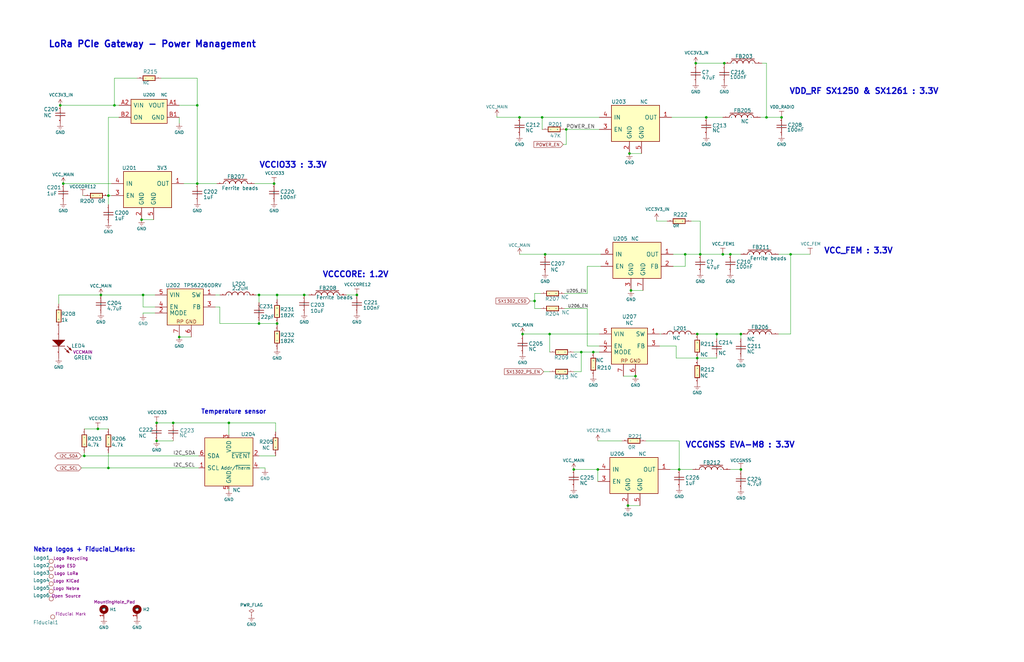
<source format=kicad_sch>
(kicad_sch (version 20230121) (generator eeschema)
  (paper "B")
  (title_block (title "LoRa PCIe Gateway Power") (date "2022-01-18") (rev "1.2") (company "Nebra Ltd") (comment 1 "Power Management Schematic Part"))
  (junction (at 307.975 107.315))
  (junction (at 312.42 140.97))
  (junction (at 333.375 107.315))
  (junction (at 25.4 44.45))
  (junction (at 245.11 148.59))
  (junction (at 297.815 49.53))
  (junction (at 294.005 140.97))
  (junction (at 83.185 77.47))
  (junction (at 66.04 186.055))
  (junction (at 264.795 213.36))
  (junction (at 302.26 140.97))
  (junction (at 128.27 124.46))
  (junction (at 312.42 198.12))
  (junction (at 288.925 107.315))
  (junction (at 109.22 136.525))
  (junction (at 150.495 124.46))
  (junction (at 252.095 198.12))
  (junction (at 116.84 124.46))
  (junction (at 231.775 140.97))
  (junction (at 115.57 77.47))
  (junction (at 60.325 124.46))
  (junction (at 42.545 124.46))
  (junction (at 220.345 140.97))
  (junction (at 96.52 178.435))
  (junction (at 45.72 197.485))
  (junction (at 116.84 136.525))
  (junction (at 265.43 64.77))
  (junction (at 225.425 127))
  (junction (at 59.69 92.71))
  (junction (at 267.97 158.75))
  (junction (at 66.04 178.435))
  (junction (at 293.37 26.67))
  (junction (at 241.935 198.12))
  (junction (at 219.075 49.53))
  (junction (at 250.19 148.59))
  (junction (at 48.26 44.45))
  (junction (at 45.72 82.55))
  (junction (at 304.8 107.315))
  (junction (at 109.22 124.46))
  (junction (at 238.76 54.61))
  (junction (at 294.005 151.13))
  (junction (at 266.065 122.555))
  (junction (at 41.275 180.975))
  (junction (at 26.67 77.47))
  (junction (at 35.56 192.405))
  (junction (at 305.435 26.67))
  (junction (at 323.215 49.53))
  (junction (at 75.565 142.24))
  (junction (at 228.6 49.53))
  (junction (at 295.275 107.315))
  (junction (at 73.025 178.435))
  (junction (at 329.565 49.53))
  (junction (at 286.385 198.12))
  (junction (at 229.87 107.315))
  (junction (at 83.185 44.45))
  (wire (pts (xy 253.365 107.315) (xy 229.87 107.315)))
  (wire (pts (xy 231.775 140.97) (xy 220.345 140.97)))
  (wire (pts (xy 116.84 124.46) (xy 128.27 124.46)))
  (wire (pts (xy 65.405 129.54) (xy 60.325 129.54)))
  (wire (pts (xy 146.05 124.46) (xy 150.495 124.46)))
  (wire (pts (xy 48.26 44.45) (xy 25.4 44.45)))
  (wire (pts (xy 247.65 112.395) (xy 253.365 112.395)))
  (wire (pts (xy 302.26 142.875) (xy 302.26 140.97)))
  (wire (pts (xy 128.27 124.46) (xy 130.175 124.46)))
  (wire (pts (xy 109.22 192.405) (xy 116.205 192.405)))
  (wire (pts (xy 219.075 49.53) (xy 209.55 49.53)))
  (wire (pts (xy 247.65 146.05) (xy 252.73 146.05)))
  (wire (pts (xy 45.72 49.53) (xy 50.165 49.53)))
  (wire (pts (xy 73.025 178.435) (xy 96.52 178.435)))
  (wire (pts (xy 304.8 107.315) (xy 307.975 107.315)))
  (wire (pts (xy 229.87 107.315) (xy 219.075 107.315)))
  (wire (pts (xy 228.6 49.53) (xy 219.075 49.53)))
  (wire (pts (xy 225.425 123.825) (xy 225.425 127)))
  (wire (pts (xy 328.295 107.315) (xy 333.375 107.315)))
  (wire (pts (xy 241.935 156.845) (xy 245.11 156.845)))
  (wire (pts (xy 92.71 136.525) (xy 109.22 136.525)))
  (wire (pts (xy 294.005 151.13) (xy 294.005 151.765)))
  (wire (pts (xy 116.84 126.365) (xy 116.84 124.46)))
  (wire (pts (xy 107.315 77.47) (xy 115.57 77.47)))
  (wire (pts (xy 272.415 186.055) (xy 286.385 186.055)))
  (wire (pts (xy 245.11 156.845) (xy 245.11 148.59)))
  (wire (pts (xy 83.185 33.02) (xy 83.185 44.45)))
  (wire (pts (xy 83.82 197.485) (xy 45.72 197.485)))
  (wire (pts (xy 305.435 27.305) (xy 305.435 26.67)))
  (wire (pts (xy 83.82 192.405) (xy 35.56 192.405)))
  (wire (pts (xy 42.545 124.46) (xy 60.325 124.46)))
  (wire (pts (xy 35.56 180.975) (xy 41.275 180.975)))
  (wire (pts (xy 109.22 124.46) (xy 109.22 127.635)))
  (wire (pts (xy 295.275 107.315) (xy 304.8 107.315)))
  (wire (pts (xy 96.52 178.435) (xy 96.52 183.515)))
  (wire (pts (xy 302.26 140.97) (xy 312.42 140.97)))
  (wire (pts (xy 109.22 197.485) (xy 111.76 197.485)))
  (wire (pts (xy 247.65 123.825) (xy 247.65 112.395)))
  (wire (pts (xy 107.95 124.46) (xy 109.22 124.46)))
  (wire (pts (xy 75.565 44.45) (xy 83.185 44.45)))
  (wire (pts (xy 45.72 180.975) (xy 41.275 180.975)))
  (wire (pts (xy 323.215 49.53) (xy 329.565 49.53)))
  (wire (pts (xy 285.115 146.05) (xy 278.13 146.05)))
  (wire (pts (xy 245.11 148.59) (xy 250.19 148.59)))
  (wire (pts (xy 109.22 135.255) (xy 109.22 136.525)))
  (wire (pts (xy 283.21 49.53) (xy 297.815 49.53)))
  (wire (pts (xy 34.29 192.405) (xy 35.56 192.405)))
  (wire (pts (xy 294.005 140.97) (xy 302.26 140.97)))
  (wire (pts (xy 50.165 44.45) (xy 48.26 44.45)))
  (wire (pts (xy 46.99 82.55) (xy 45.72 82.55)))
  (wire (pts (xy 83.185 77.47) (xy 83.185 44.45)))
  (wire (pts (xy 220.345 140.97) (xy 220.345 141.605)))
  (wire (pts (xy 241.935 198.12) (xy 252.095 198.12)))
  (wire (pts (xy 77.47 77.47) (xy 83.185 77.47)))
  (wire (pts (xy 323.215 26.67) (xy 323.215 49.53)))
  (wire (pts (xy 227.965 130.175) (xy 225.425 130.175)))
  (wire (pts (xy 270.51 64.77) (xy 265.43 64.77)))
  (wire (pts (xy 75.565 49.53) (xy 75.565 52.07)))
  (wire (pts (xy 92.71 129.54) (xy 92.71 136.525)))
  (wire (pts (xy 24.765 124.46) (xy 24.765 128.27)))
  (wire (pts (xy 26.67 77.47) (xy 46.99 77.47)))
  (wire (pts (xy 238.125 130.175) (xy 247.65 130.175)))
  (wire (pts (xy 250.19 148.59) (xy 252.73 148.59)))
  (wire (pts (xy 238.76 60.96) (xy 237.49 60.96)))
  (wire (pts (xy 276.86 93.345) (xy 276.86 92.71)))
  (wire (pts (xy 35.56 82.55) (xy 34.925 82.55)))
  (wire (pts (xy 209.55 49.53) (xy 209.55 48.895)))
  (wire (pts (xy 278.765 140.97) (xy 278.13 140.97)))
  (wire (pts (xy 294.005 151.13) (xy 285.115 151.13)))
  (wire (pts (xy 42.545 124.46) (xy 24.765 124.46)))
  (wire (pts (xy 288.925 107.315) (xy 295.275 107.315)))
  (wire (pts (xy 293.37 26.67) (xy 305.435 26.67)))
  (wire (pts (xy 231.775 148.59) (xy 231.775 140.97)))
  (wire (pts (xy 45.72 197.485) (xy 45.72 191.135)))
  (wire (pts (xy 262.89 158.75) (xy 267.97 158.75)))
  (wire (pts (xy 225.425 123.825) (xy 227.965 123.825)))
  (wire (pts (xy 271.145 122.555) (xy 266.065 122.555)))
  (wire (pts (xy 291.465 93.345) (xy 295.275 93.345)))
  (wire (pts (xy 45.72 82.55) (xy 45.72 49.53)))
  (wire (pts (xy 252.095 203.2) (xy 252.095 198.12)))
  (wire (pts (xy 302.26 151.13) (xy 302.26 150.495)))
  (wire (pts (xy 283.845 107.315) (xy 288.925 107.315)))
  (wire (pts (xy 286.385 198.12) (xy 282.575 198.12)))
  (wire (pts (xy 60.325 132.08) (xy 60.325 132.715)))
  (wire (pts (xy 295.275 93.345) (xy 295.275 107.315)))
  (wire (pts (xy 252.73 140.97) (xy 231.775 140.97)))
  (wire (pts (xy 241.935 148.59) (xy 245.11 148.59)))
  (wire (pts (xy 35.56 192.405) (xy 35.56 191.135)))
  (wire (pts (xy 96.52 206.375) (xy 96.52 207.01)))
  (wire (pts (xy 238.125 123.825) (xy 247.65 123.825)))
  (wire (pts (xy 288.925 112.395) (xy 288.925 107.315)))
  (wire (pts (xy 321.31 26.67) (xy 323.215 26.67)))
  (wire (pts (xy 238.76 60.96) (xy 238.76 54.61)))
  (wire (pts (xy 60.325 124.46) (xy 65.405 124.46)))
  (wire (pts (xy 66.04 178.435) (xy 73.025 178.435)))
  (wire (pts (xy 307.975 107.315) (xy 312.42 107.315)))
  (wire (pts (xy 262.255 186.055) (xy 252.095 186.055)))
  (wire (pts (xy 73.025 186.055) (xy 66.04 186.055)))
  (wire (pts (xy 307.975 198.12) (xy 312.42 198.12)))
  (wire (pts (xy 231.775 156.845) (xy 229.235 156.845)))
  (wire (pts (xy 225.425 127) (xy 225.425 130.175)))
  (wire (pts (xy 252.73 49.53) (xy 228.6 49.53)))
  (wire (pts (xy 238.76 54.61) (xy 252.73 54.61)))
  (wire (pts (xy 116.84 136.525) (xy 116.84 137.16)))
  (wire (pts (xy 312.42 142.875) (xy 312.42 140.97)))
  (wire (pts (xy 269.875 213.36) (xy 264.795 213.36)))
  (wire (pts (xy 48.26 33.02) (xy 48.26 44.45)))
  (wire (pts (xy 281.305 93.345) (xy 276.86 93.345)))
  (wire (pts (xy 312.42 198.12) (xy 312.42 198.755)))
  (wire (pts (xy 60.325 124.46) (xy 60.325 129.54)))
  (wire (pts (xy 293.37 27.305) (xy 293.37 26.67)))
  (wire (pts (xy 96.52 178.435) (xy 116.205 178.435)))
  (wire (pts (xy 80.645 142.24) (xy 75.565 142.24)))
  (wire (pts (xy 45.72 82.55) (xy 45.72 86.36)))
  (wire (pts (xy 285.115 151.13) (xy 285.115 146.05)))
  (wire (pts (xy 294.005 151.13) (xy 302.26 151.13)))
  (wire (pts (xy 59.69 92.71) (xy 64.77 92.71)))
  (wire (pts (xy 34.29 197.485) (xy 45.72 197.485)))
  (wire (pts (xy 333.375 107.315) (xy 341.63 107.315)))
  (wire (pts (xy 57.785 33.02) (xy 48.26 33.02)))
  (wire (pts (xy 283.845 112.395) (xy 288.925 112.395)))
  (wire (pts (xy 333.375 140.97) (xy 333.375 107.315)))
  (wire (pts (xy 92.71 124.46) (xy 90.805 124.46)))
  (wire (pts (xy 228.6 54.61) (xy 228.6 49.53)))
  (wire (pts (xy 67.945 33.02) (xy 83.185 33.02)))
  (wire (pts (xy 286.385 186.055) (xy 286.385 198.12)))
  (wire (pts (xy 91.44 77.47) (xy 83.185 77.47)))
  (wire (pts (xy 328.295 140.97) (xy 333.375 140.97)))
  (wire (pts (xy 116.205 178.435) (xy 116.205 182.245)))
  (wire (pts (xy 297.815 49.53) (xy 304.8 49.53)))
  (wire (pts (xy 109.22 136.525) (xy 116.84 136.525)))
  (wire (pts (xy 247.65 130.175) (xy 247.65 146.05)))
  (wire (pts (xy 90.805 129.54) (xy 92.71 129.54)))
  (wire (pts (xy 292.1 198.12) (xy 286.385 198.12)))
  (wire (pts (xy 223.52 127) (xy 225.425 127)))
  (wire (pts (xy 109.22 124.46) (xy 116.84 124.46)))
  (wire (pts (xy 320.675 49.53) (xy 323.215 49.53)))
  (wire (pts (xy 65.405 132.08) (xy 60.325 132.08)))
  (wire (pts (xy 111.76 197.485) (xy 111.76 198.12)))
  (text "VCC_FEM : 3.3V" (at 347.345 107.315 0) (effects (font (size 2.4384 2.4384) (thickness 0.4877) bold) (justify left bottom)))
  (text "Nebra logos + Fiducial_Marks:" (at 13.97 233.045 0) (effects (font (size 1.8288 1.8288) (thickness 0.3658) bold) (justify left bottom)))
  (text "Temperature sensor" (at 84.709 174.879 0) (effects (font (size 1.8288 1.8288) (thickness 0.3658) bold) (justify left bottom)))
  (text "VDD_RF SX1250 & SX1261 : 3.3V" (at 332.74 40.005 0) (effects (font (size 2.4384 2.4384) (thickness 0.4877) bold) (justify left bottom)))
  (text "LoRa PCIe Gateway - Power Management" (at 20.32 20.32 0) (effects (font (size 2.7432 2.7432) (thickness 0.5486) bold) (justify left bottom)))
  (text "VCCIO33 : 3.3V" (at 109.22 71.12 0) (effects (font (size 2.4384 2.4384) (thickness 0.4877) bold) (justify left bottom)))
  (text "VCCGNSS EVA-M8 : 3.3V" (at 288.925 189.23 0) (effects (font (size 2.4384 2.4384) (thickness 0.4877) bold) (justify left bottom)))
  (text "VCCCORE: 1.2V" (at 135.89 117.348 0) (effects (font (size 2.4384 2.4384) (thickness 0.4877) bold) (justify left bottom)))
  (label "I2C_SDA" (at 73.025 192.405 0) (effects (font (size 1.524 1.524))))
  (label "U206_EN" (at 239.395 130.175 0))
  (label "I2C_SCL" (at 73.025 197.485 0) (effects (font (size 1.524 1.524))))
  (label "POWER_EN" (at 238.76 54.61 0) (effects (font (size 1.524 1.524))))
  (label "U205_EN" (at 238.76 123.825 0))
  (global_label "SX1302_CSD" (shape input) (at 223.52 127 180) (property "Intersheetrefs" "${INTERSHEET_REFS}" (effects hide)))
  (global_label "I2C_SDA" (shape bidirectional) (at 34.29 192.405 180) (property "Intersheetrefs" "${INTERSHEET_REFS}" (effects hide)))
  (global_label "SX1302_PS_EN" (shape input) (at 229.235 156.845 180) (property "Intersheetrefs" "${INTERSHEET_REFS}" (effects hide)))
  (global_label "POWER_EN" (shape input) (at 237.49 60.96 180) (property "Intersheetrefs" "${INTERSHEET_REFS}" (effects hide)))
  (global_label "I2C_SCL" (shape bidirectional) (at 34.29 197.485 180) (property "Intersheetrefs" "${INTERSHEET_REFS}" (effects hide)))
  (symbol (lib_id "LoRa_PCIe_GW-rescue:Resistor-") (at 228.6 54.61 0) (unit 1)
    (property "Reference" "R201" (at 231.14 53.34 0) (effects (font (size 1.524 1.524)) (justify left bottom)))
    (property "Value" "47K" (at 231.902 58.166 0) (effects (font (size 1.524 1.524)) (justify left bottom)))
    (property "Footprint" "LoRa_PCIe_GW:rlc_201_smd_small" (effects hide))
    (property "Description" "47 kOhms ±5% 0.05W, 1/20W Chip Resistor 0201  Thick Film" (effects hide))
    (property "Manufacturer" "Vishay Dale" (effects hide))
    (property "Part Number" "CRCW020147K0" (effects hide))
    (property "Price[1k]" "0.039" (effects hide))
    (property "Supplier Link" "https://www.digikey.com/en/products/detail/vishay-dale/CRCW020147K0FKED/1968131" (effects hide))
  )
  (symbol (lib_id "LoRa_PCIe_GW-rescue:Cap-") (at 297.815 49.53 270) (unit 1)
    (property "Reference" "C213" (at 300.355 53.848 90) (effects (font (size 1.524 1.524)) (justify left bottom)))
    (property "Value" "NC" (at 300.355 55.88 90) (effects (font (size 1.524 1.524)) (justify left bottom)))
    (property "Footprint" "LoRa_PCIe_GW:ccer_402_smd_small" (effects hide))
    (property "Description" "4.7µF ±20% 6.3V Ceramic Capacitor X5R 0402 (1005 Metric)" (effects hide))
    (property "Manufacturer" "Murata" (effects hide))
    (property "Part Number" "GRM155R60J475ME47D" (effects hide))
    (property "Price[1k]" "0.089" (effects hide))
    (property "Supplier Link" "https://www.digikey.com/en/products/detail/murata-electronics/GRM155R60J475ME47D/3694656" (effects hide))
  )
  (symbol (lib_id "LoRa_PCIe_GW-rescue:Cap-") (at 219.075 49.53 270) (unit 1)
    (property "Reference" "C212" (at 221.615 53.594 90) (effects (font (size 1.524 1.524)) (justify left bottom)))
    (property "Value" "NC" (at 221.615 55.88 90) (effects (font (size 1.524 1.524)) (justify left bottom)))
    (property "Footprint" "LoRa_PCIe_GW:ccer_603_smd_small" (effects hide))
    (property "Description" "10µF ±10% 16V Ceramic Capacitor X5R 0603 (1608 Metric)" (effects hide))
    (property "Manufacturer" "Murata" (effects hide))
    (property "Part Number" "GRM188R61C106KAAL" (effects hide))
    (property "Price[1k]" "0.1" (effects hide))
    (property "Supplier Link" "https://www.digikey.com/en/products/detail/murata-electronics/GRM188R61C106KAALJ/4905339" (effects hide))
  )
  (symbol (lib_id "LoRa_PCIe_GW-rescue:Resistor-") (at 24.765 128.27 270) (unit 1)
    (property "Reference" "R208" (at 25.781 133.35 90) (effects (font (size 1.524 1.524)) (justify left bottom)))
    (property "Value" "1k" (at 25.781 135.89 90) (effects (font (size 1.524 1.524)) (justify left bottom)))
    (property "Footprint" "LoRa_PCIe_GW:rlc_201_smd_small" (effects hide))
    (property "Description" "1k Ohm ±5% 0.05W, 1/20W Chip Resistor 0201 (0603 Metric) - Thick Film" (effects hide))
    (property "Manufacturer" "Vishay Dale" (effects hide))
    (property "Part Number" "CRCW02011K00JNED" (effects hide))
    (property "Price[1k]" "0.073" (effects hide))
    (property "Supplier Link" "https://www.digikey.com/en/products/detail/vishay-dale/CRCW02011K00JNED/1178450" (effects hide))
  )
  (symbol (lib_id "LoRa_PCIe_GW-rescue:LED-") (at 24.765 138.43 270) (unit 1)
    (property "Reference" "LED4" (at 30.099 146.812 90) (effects (font (size 1.524 1.524)) (justify left bottom)))
    (property "Value" "GREEN" (at 31.115 151.765 90) (effects (font (size 1.524 1.524)) (justify left bottom)))
    (property "Footprint" "LoRa_PCIe_GW:CD1005-0402" (effects hide))
    (property "Description" "Green 570nm LED Indication - Discrete 1.9V 0402 (1005 Metric)" (effects hide))
    (property "Manufacturer" "Kingbright" (effects hide))
    (property "Part Number" "APHHS1005LCGCK" (effects hide))
    (property "Price[1k]" "0.11" (effects hide))
    (property "Supplier Link" "https://www.digikey.com/en/products/detail/kingbright/APHHS1005LCGCK/7318974" (effects hide))
    (property "Label" "VCCMAIN" (at 34.925 148.59 90))
  )
  (symbol (lib_id "LoRa_PCIe_GW-rescue:Ferrite_beads-") (at 292.1 198.12 0) (unit 1)
    (property "Reference" "FB212" (at 296.418 196.088 0) (effects (font (size 1.524 1.524)) (justify left bottom)))
    (property "Value" "Ferrite beads" (effects hide))
    (property "Footprint" "LoRa_PCIe_GW:rlc_402_smd_small" (effects hide))
    (property "Description" "10 Ohms @ 100MHz 1 Power Line Ferrite Bead 0402 (1005 Metric) 1A 25mOhm" (effects hide))
    (property "Manufacturer" "Murata" (effects hide))
    (property "Part Number" "BLM15PG100SN1D" (effects hide))
    (property "Price[1k]" "0.027" (effects hide))
    (property "Supplier Link" "https://www.digikey.com/en/products/detail/murata-electronics/BLM15PG100SN1D/2587980" (effects hide))
  )
  (symbol (lib_id "LoRa_PCIe_GW-rescue:Resistor-") (at 35.56 191.135 90) (unit 1)
    (property "Reference" "R203" (at 36.83 186.055 90) (effects (font (size 1.524 1.524)) (justify right top)))
    (property "Value" "4.7k" (at 36.83 188.595 90) (effects (font (size 1.524 1.524)) (justify right top)))
    (property "Footprint" "LoRa_PCIe_GW:rlc_201_smd_small" (effects hide))
    (property "Description" "4.7 kOhms ±1% 0.05W, 1/20W Chip Resistor 0201 (0603 Metric)  Thick Film" (effects hide))
    (property "Manufacturer" "Vishay Dale" (effects hide))
    (property "Part Number" "CRCW02014K70FNED" (effects hide))
    (property "Price[1k]" "0.011" (effects hide))
    (property "Supplier Link" "https://www.digikey.com/en/products/detail/vishay-dale/CRCW02014K70FNED/1199881?s=N4IgTCBcDaIMICU4HUAMZUEYAsBpA7KgGIByAogCIgC6AvkA" (effects hide))
  )
  (symbol (lib_id "LoRa_PCIe_GW-rescue:Resistor-") (at 45.72 191.135 90) (unit 1)
    (property "Reference" "R206" (at 46.99 186.055 90) (effects (font (size 1.524 1.524)) (justify right top)))
    (property "Value" "4.7k" (at 46.99 188.595 90) (effects (font (size 1.524 1.524)) (justify right top)))
    (property "Footprint" "LoRa_PCIe_GW:rlc_201_smd_small" (effects hide))
    (property "Description" "4.7 kOhms ±1% 0.05W, 1/20W Chip Resistor 0201 (0603 Metric)  Thick Film" (effects hide))
    (property "Manufacturer" "Vishay Dale" (effects hide))
    (property "Part Number" "CRCW02014K70FNED" (effects hide))
    (property "Price[1k]" "0.011" (effects hide))
    (property "Supplier Link" "https://www.digikey.com/en/products/detail/vishay-dale/CRCW02014K70FNED/1199881?s=N4IgTCBcDaIMICU4HUAMZUEYAsBpA7KgGIByAogCIgC6AvkA" (effects hide))
  )
  (symbol (lib_id "LoRa_PCIe_GW-rescue:NCP176-") (at 258.445 117.475 0) (unit 1)
    (property "Reference" "U205" (at 258.445 101.6 0) (effects (font (size 1.524 1.524)) (justify left bottom)))
    (property "Value" "NC" (at 266.065 101.6 0) (effects (font (size 1.524 1.524)) (justify left bottom)))
    (property "Footprint" "LoRa_PCIe_GW:XDFN6_1.2X1.2mm" (effects hide))
    (property "Description" "Linear Voltage Regulator IC Positive Fixed 1 Output  500mA 6-XDFN (1.2x1.2)" (effects hide))
    (property "Manufacturer" "ON Semiconductor" (effects hide))
    (property "Part Number" "NCP176AMX330TCG" (effects hide))
    (property "Price[1k]" "0.135" (effects hide))
    (property "Supplier Link" "https://www.digikey.com/en/products/detail/on-semiconductor/NCP176AMX330TCG/5761739" (effects hide))
  )
  (symbol (lib_id "LoRa_PCIe_GW-rescue:NCP114-") (at 257.81 59.69 0) (unit 1)
    (property "Reference" "U203" (at 257.81 43.815 0) (effects (font (size 1.524 1.524)) (justify left bottom)))
    (property "Value" "NC" (at 269.875 43.815 0) (effects (font (size 1.524 1.524)) (justify left bottom)))
    (property "Footprint" "LoRa_PCIe_GW:UDFN4_1x1mm" (effects hide))
    (property "Description" "Linear Voltage Regulator IC Positive Fixed 1 Output  300mA 4-UDFN (1.0x1.0)" (effects hide))
    (property "Manufacturer" "ON Semiconductor" (effects hide))
    (property "Part Number" "NCP114AMX330TBG" (effects hide))
    (property "Price[1k]" "0.078" (effects hide))
    (property "Supplier Link" "https://www.digikey.com/en/products/detail/on-semiconductor/NCP114AMX330TBG/6166731" (effects hide))
  )
  (symbol (lib_id "LoRa_PCIe_GW-rescue:Inductor-") (at 92.71 124.46 0) (unit 1)
    (property "Reference" "L200" (at 97.79 120.65 0) (effects (font (size 1.524 1.524)) (justify left bottom)))
    (property "Value" "2.2uH" (at 97.79 122.555 0) (effects (font (size 1.524 1.524)) (justify left bottom)))
    (property "Footprint" "LoRa_PCIe_GW:LQM2HPN2R2MJ0L" (effects hide))
    (property "Description" "2.2µH Shielded Multilayer Inductor 1A 150mOhm Max 1008 (2520 Metric) " (effects hide))
    (property "Manufacturer" "Murata" (effects hide))
    (property "Part Number" "LQM2HPN2R2MJ0L" (effects hide))
    (property "Price[1k]" "0.14" (effects hide))
    (property "Supplier Link" "https://www.digikey.com/en/products/detail/murata-electronics/LQM2HPN2R2MJ0L/2594611" (effects hide))
  )
  (symbol (lib_id "LoRa_PCIe_GW-rescue:Cap-") (at 42.545 124.46 270) (unit 1)
    (property "Reference" "C204" (at 45.085 128.778 90) (effects (font (size 1.524 1.524)) (justify left bottom)))
    (property "Value" "4.7uF" (at 45.085 131.064 90) (effects (font (size 1.524 1.524)) (justify left bottom)))
    (property "Footprint" "LoRa_PCIe_GW:ccer_603_smd_small" (effects hide))
    (property "Description" "4.7µF ±10% 16V Ceramic Capacitor X5R 0603 (1608 Metric)" (effects hide))
    (property "Manufacturer" "Murata" (effects hide))
    (property "Part Number" "GRM188R61C475KAAJD" (effects hide))
    (property "Price[1k]" "0.089" (effects hide))
    (property "Supplier Link" "https://www.digikey.com/en/products/detail/murata-electronics/GRM188R61C475KAAJD/5027566" (effects hide))
  )
  (symbol (lib_id "LoRa_PCIe_GW-rescue:TI-TPS62242DRV6-1600X1000TP-") (at 70.485 121.92 0) (unit 1)
    (property "Reference" "U202" (at 69.85 121.285 0) (effects (font (size 1.524 1.524)) (justify left bottom)))
    (property "Value" "TPS62260DRV" (at 77.47 121.285 0) (effects (font (size 1.524 1.524)) (justify left bottom)))
    (property "Footprint" "LoRa_PCIe_GW:DRV0006A_V" (effects hide))
    (property "Description" "Buck Switching Regulator IC Positive Adjustable 0.6V 1 Output 600mA" (effects hide))
    (property "Manufacturer" "Texas Instruments" (effects hide))
    (property "Part Number" "TPS62260DRV" (effects hide))
    (property "Price[1k]" "0.85" (effects hide))
    (property "Supplier Link" "https://www.digikey.com/en/products/detail/texas-instruments/TPS62260DRVR/1908045" (effects hide))
    (property "Alternative1" "SY20183LDEC" (effects hide))
  )
  (symbol (lib_id "LoRa_PCIe_GW-rescue:Cap-") (at 128.27 124.46 270) (unit 1)
    (property "Reference" "C203" (at 130.81 129.54 90) (effects (font (size 1.524 1.524)) (justify left bottom)))
    (property "Value" "10uF" (at 130.81 132.08 90) (effects (font (size 1.524 1.524)) (justify left bottom)))
    (property "Footprint" "LoRa_PCIe_GW:ccer_603_smd_small" (effects hide))
    (property "Description" "10µF ±10% 16V Ceramic Capacitor X5R 0603 (1608 Metric)" (effects hide))
    (property "Manufacturer" "Murata" (effects hide))
    (property "Part Number" "GRM188R61C106KAAL" (effects hide))
    (property "Price[1k]" "0.1" (effects hide))
    (property "Supplier Link" "https://www.digikey.com/en/products/detail/murata-electronics/GRM188R61C106KAALJ/4905339" (effects hide))
  )
  (symbol (lib_id "LoRa_PCIe_GW-rescue:Cap-") (at 26.67 77.47 270) (unit 1)
    (property "Reference" "C201" (at 19.685 80.01 90) (effects (font (size 1.524 1.524)) (justify left bottom)))
    (property "Value" "1uF" (at 19.685 82.55 90) (effects (font (size 1.524 1.524)) (justify left bottom)))
    (property "Footprint" "LoRa_PCIe_GW:ccer_402_smd_small" (effects hide))
    (property "Description" "1µF ±20% 10V Ceramic Capacitor X5R 0402 (1005 Metric)" (effects hide))
    (property "Manufacturer" "Murata" (effects hide))
    (property "Part Number" "GRM153R61A105ME95D" (effects hide))
    (property "Price[1k]" "0.038" (effects hide))
    (property "Supplier Link" "https://www.digikey.com/en/products/detail/murata-electronics/GRM153R61A105ME95D/4904820" (effects hide))
  )
  (symbol (lib_id "LoRa_PCIe_GW-rescue:NCP103-") (at 52.07 87.63 0) (unit 1)
    (property "Reference" "U201" (at 51.435 71.755 0) (effects (font (size 1.524 1.524)) (justify left bottom)))
    (property "Value" "3V3" (at 66.04 71.755 0) (effects (font (size 1.524 1.524)) (justify left bottom)))
    (property "Footprint" "LoRa_PCIe_GW:UDFN4_1x1mm" (effects hide))
    (property "Description" "Linear Voltage Regulator IC Positive Fixed 1 Output  300mA 4-UDFN (1.0x1.0)" (effects hide))
    (property "Manufacturer" "ON Semiconductor" (effects hide))
    (property "Part Number" "NCP114AMX330TCG" (effects hide))
    (property "Price[1k]" "0.079" (effects hide))
    (property "Supplier Link" "https://www.digikey.com/en/products/detail/on-semiconductor/NCP114AMX330TBG/6166731" (effects hide))
    (property "Alternatives" "NCP4586DMU33TCG" (effects hide))
  )
  (symbol (lib_id "LoRa_PCIe_GW-rescue:STTS751-") (at 86.36 205.105 0) (unit 1)
    (property "Reference" "U204" (at 101.6 184.15 0) (effects (font (size 1.524 1.524)) (justify left bottom)))
    (property "Value" "NC" (at 98.1202 207.6704 0) (effects (font (size 1.524 1.524)) (justify left bottom)))
    (property "Footprint" "LoRa_PCIe_GW:UDFN-6L_2X2mm" (effects hide))
    (property "Description" "Temperature Sensor Digital, Local -40°C ~ 125°C 11 b 6-UDFN (2x2)" (effects hide))
    (property "Manufacturer" "STMicroelectronics" (effects hide))
    (property "Part Number" "STTS751-0DP3F" (effects hide))
    (property "Price[1k]" "0.55" (effects hide))
    (property "Supplier Link" "https://www.digikey.com/en/products/filter/temperature-sensors-analog-and-digital-output/518" (effects hide))
  )
  (symbol (lib_id "LoRa_PCIe_GW-rescue:Cap-") (at 73.025 178.435 270) (unit 1)
    (property "Reference" "C223" (at 75.8444 182.5498 90) (effects (font (size 1.524 1.524)) (justify left bottom)))
    (property "Value" "NC" (at 75.5904 184.5818 90) (effects (font (size 1.524 1.524)) (justify left bottom)))
    (property "Footprint" "LoRa_PCIe_GW:ccer_201_smd_small" (effects hide))
    (property "Description" "0.1µF ±10% 16V Ceramic Capacitor X7S 0201 (0603 Metric)" (effects hide))
    (property "Manufacturer" "Murata" (effects hide))
    (property "Part Number" "GRM033C71C104KE14D" (effects hide))
    (property "Price[1k]" "0.01" (effects hide))
    (property "Supplier Link" "https://www.digikey.com/en/products/detail/murata-electronics/GRM033C71C104KE14D/5027472" (effects hide))
  )
  (symbol (lib_id "LoRa_PCIe_GW-rescue:Cap-") (at 66.04 178.435 270) (unit 1)
    (property "Reference" "C222" (at 58.42 182.245 90) (effects (font (size 1.524 1.524)) (justify left bottom)))
    (property "Value" "NC" (at 58.42 184.785 90) (effects (font (size 1.524 1.524)) (justify left bottom)))
    (property "Footprint" "LoRa_PCIe_GW:ccer_603_smd_small" (effects hide))
    (property "Description" "2.2µF ±10% 10V Ceramic Capacitor X7R 0603 (1608 Metric)" (effects hide))
    (property "Manufacturer" "Murata" (effects hide))
    (property "Part Number" "GRM188R71A225KE15D" (effects hide))
    (property "Price[1k]" "0.039" (effects hide))
    (property "Supplier Link" "https://www.digikey.com/en/products/detail/murata-electronics/GRM188R71A225KE15D/1033256" (effects hide))
  )
  (symbol (lib_id "LoRa_PCIe_GW-rescue:Ferrite_beads-") (at 312.42 107.315 0) (unit 1)
    (property "Reference" "FB211" (at 317.119 105.1814 0) (effects (font (size 1.524 1.524)) (justify left bottom)))
    (property "Value" "Ferrite beads" (at 316.23 109.855 0) (effects (font (size 1.524 1.524)) (justify left bottom)))
    (property "Footprint" "LoRa_PCIe_GW:rlc_402_smd_small" (effects hide))
    (property "Description" "10 Ohms @ 100MHz 1 Power Line Ferrite Bead 0402 (1005 Metric) 1A 25mOhm" (effects hide))
    (property "Manufacturer" "Murata" (effects hide))
    (property "Part Number" "BLM15PG100SN1D" (effects hide))
    (property "Price[1k]" "0.027" (effects hide))
    (property "Supplier Link" "https://www.digikey.com/en/products/detail/murata-electronics/BLM15PG100SN1D/2587980" (effects hide))
  )
  (symbol (lib_id "LoRa_PCIe_GW-rescue:Logo-") (at 21.59 240.03 0) (unit 1)
    (property "Reference" "Logo2" (at 13.97 239.395 0) (effects (font (size 1.524 1.524)) (justify left bottom)))
    (property "Value" "NC" (effects hide))
    (property "Footprint" "LoRa_PCIe_GW:Logo_ESD" (effects hide))
    (property "Description" "Logo ESD" (at 27.305 238.76 0))
  )
  (symbol (lib_id "LoRa_PCIe_GW-rescue:Logo-") (at 21.59 236.855 0) (unit 1)
    (property "Reference" "Logo1" (at 13.97 236.22 0) (effects (font (size 1.524 1.524)) (justify left bottom)))
    (property "Value" "NC" (effects hide))
    (property "Footprint" "LoRa_PCIe_GW:Logo_Recycling" (effects hide))
    (property "Description" "Logo Recycling" (at 29.845 235.585 0))
  )
  (symbol (lib_id "LoRa_PCIe_GW-rescue:Logo-") (at 21.59 243.205 0) (unit 1)
    (property "Reference" "Logo3" (at 13.97 242.57 0) (effects (font (size 1.524 1.524)) (justify left bottom)))
    (property "Value" "NC" (effects hide))
    (property "Footprint" "LoRa_PCIe_GW:Logo_LoRa" (effects hide))
    (property "Description" "Logo LoRa" (at 27.94 241.935 0))
  )
  (symbol (lib_id "LoRa_PCIe_GW-rescue:Cap-") (at 83.185 77.47 270) (unit 1)
    (property "Reference" "C202" (at 85.725 81.788 90) (effects (font (size 1.524 1.524)) (justify left bottom)))
    (property "Value" "1uF" (at 85.725 84.074 90) (effects (font (size 1.524 1.524)) (justify left bottom)))
    (property "Footprint" "LoRa_PCIe_GW:ccer_402_smd_small" (effects hide))
    (property "Description" "1µF ±20% 10V Ceramic Capacitor X5R 0402 (1005 Metric)" (effects hide))
    (property "Manufacturer" "Murata" (effects hide))
    (property "Part Number" "GRM153R61A105ME95D" (effects hide))
    (property "Price[1k]" "0.038" (effects hide))
    (property "Supplier Link" "https://www.digikey.com/en/products/detail/murata-electronics/GRM153R61A105ME95D/4904820" (effects hide))
  )
  (symbol (lib_id "LoRa_PCIe_GW-rescue:Logo-") (at 22.225 260.35 0) (unit 1)
    (property "Reference" "Fiducial1" (at 13.97 263.525 0) (effects (font (size 1.524 1.524)) (justify left bottom)))
    (property "Value" "NC" (effects hide))
    (property "Footprint" "LoRa_PCIe_GW:fiducial_mark_signal_top" (effects hide))
    (property "Description" "Fiducial Mark" (at 29.845 259.08 0))
  )
  (symbol (lib_id "LoRa_PCIe_GW-rescue:Ferrite_beads-") (at 91.44 77.47 0) (unit 1)
    (property "Reference" "FB207" (at 95.758 75.438 0) (effects (font (size 1.524 1.524)) (justify left bottom)))
    (property "Value" "Ferrite beads" (at 93.472 80.264 0) (effects (font (size 1.524 1.524)) (justify left bottom)))
    (property "Footprint" "LoRa_PCIe_GW:rlc_402_smd_small" (effects hide))
    (property "Description" "10 Ohms @ 100MHz 1 Power Line Ferrite Bead 0402 (1005 Metric) 1A 25mOhm" (effects hide))
    (property "Manufacturer" "Murata" (effects hide))
    (property "Part Number" "BLM15PG100SN1D" (effects hide))
    (property "Price[1k]" "0.027" (effects hide))
    (property "Supplier Link" "https://www.digikey.com/en/products/detail/murata-electronics/BLM15PG100SN1D/2587980" (effects hide))
  )
  (symbol (lib_id "LoRa_PCIe_GW-rescue:Ferrite_beads-") (at 130.175 124.46 0) (unit 1)
    (property "Reference" "FB208" (at 134.493 122.428 0) (effects (font (size 1.524 1.524)) (justify left bottom)))
    (property "Value" "Ferrite beads" (at 133.35 126.365 0) (effects (font (size 1.524 1.524)) (justify left bottom)))
    (property "Footprint" "LoRa_PCIe_GW:rlc_402_smd_small" (effects hide))
    (property "Description" "10 Ohms @ 100MHz 1 Power Line Ferrite Bead 0402 (1005 Metric) 1A 25mOhm" (effects hide))
    (property "Manufacturer" "Murata" (effects hide))
    (property "Part Number" "BLM15PG100SN1D" (effects hide))
    (property "Price[1k]" "0.027" (effects hide))
    (property "Supplier Link" "https://www.digikey.com/en/products/detail/murata-electronics/BLM15PG100SN1D/2587980" (effects hide))
  )
  (symbol (lib_id "LoRa_PCIe_GW-rescue:Cap-") (at 115.57 85.09 90) (unit 1)
    (property "Reference" "C220" (at 118.11 81.788 90) (effects (font (size 1.524 1.524)) (justify right top)))
    (property "Value" "100nF" (at 117.856 84.074 90) (effects (font (size 1.524 1.524)) (justify right top)))
    (property "Footprint" "LoRa_PCIe_GW:ccer_402_smd_small" (effects hide))
    (property "Description" "Multilayer ceramic capacitors X7R ±10%, 16V" (effects hide))
    (property "Manufacturer" "Murata" (effects hide))
    (property "Part Number" "GMD155R71C104KA11" (effects hide))
    (property "Price[1k]" "0.01" (effects hide))
    (property "Supplier Link" "https://www.digikey.com/en/products/detail/murata-electronics/GMD155R71C104KA11D/10696609" (effects hide))
  )
  (symbol (lib_id "LoRa_PCIe_GW-rescue:Cap-") (at 150.495 132.08 90) (unit 1)
    (property "Reference" "C221" (at 153.289 128.524 90) (effects (font (size 1.524 1.524)) (justify right top)))
    (property "Value" "100nF" (at 153.035 130.81 90) (effects (font (size 1.524 1.524)) (justify right top)))
    (property "Footprint" "LoRa_PCIe_GW:ccer_402_smd_small" (effects hide))
    (property "Description" "Multilayer ceramic capacitors X7R ±10%, 16V" (effects hide))
    (property "Manufacturer" "Murata" (effects hide))
    (property "Part Number" "GMD155R71C104KA11" (effects hide))
    (property "Price[1k]" "0.01" (effects hide))
    (property "Supplier Link" "https://www.digikey.com/en/products/detail/murata-electronics/GMD155R71C104KA11D/10696609" (effects hide))
  )
  (symbol (lib_id "LoRa_PCIe_GW-rescue:Cap-") (at 329.565 57.15 90) (unit 1)
    (property "Reference" "C208" (at 332.105 53.594 90) (effects (font (size 1.524 1.524)) (justify right top)))
    (property "Value" "100nF" (at 331.851 55.626 90) (effects (font (size 1.524 1.524)) (justify right top)))
    (property "Footprint" "LoRa_PCIe_GW:ccer_402_smd_small" (effects hide))
    (property "Description" "Multilayer ceramic capacitors X7R ±10%, 16V" (effects hide))
    (property "Manufacturer" "Murata" (effects hide))
    (property "Part Number" "GMD155R71C104KA11" (effects hide))
    (property "Price[1k]" "0.01" (effects hide))
    (property "Supplier Link" "https://www.digikey.com/en/products/detail/murata-electronics/GMD155R71C104KA11D/10696609" (effects hide))
  )
  (symbol (lib_id "LoRa_PCIe_GW-rescue:Ferrite_beads-") (at 304.8 49.53 0) (unit 1)
    (property "Reference" "FB205" (at 309.372 47.498 0) (effects (font (size 1.524 1.524)) (justify left bottom)))
    (property "Value" "NC" (at 312.42 52.07 0) (effects (font (size 1.524 1.524)) (justify left bottom)))
    (property "Footprint" "LoRa_PCIe_GW:rlc_402_smd_small" (effects hide))
    (property "Description" "10 Ohms @ 100MHz 1 Power Line Ferrite Bead 0402 (1005 Metric) 1A 25mOhm" (effects hide))
    (property "Manufacturer" "Murata" (effects hide))
    (property "Part Number" "BLM15PG100SN1D" (effects hide))
    (property "Price[1k]" "0.027" (effects hide))
    (property "Supplier Link" "https://www.digikey.com/en/products/detail/murata-electronics/BLM15PG100SN1D/2587980" (effects hide))
  )
  (symbol (lib_id "LoRa_PCIe_GW-rescue:Cap-") (at 229.87 107.315 270) (unit 1)
    (property "Reference" "C207" (at 232.156 112.141 90) (effects (font (size 1.524 1.524)) (justify left bottom)))
    (property "Value" "NC" (at 232.156 114.681 90) (effects (font (size 1.524 1.524)) (justify left bottom)))
    (property "Footprint" "LoRa_PCIe_GW:ccer_603_smd_small" (effects hide))
    (property "Description" "10µF ±10% 16V Ceramic Capacitor X5R 0603 (1608 Metric)" (effects hide))
    (property "Manufacturer" "Murata" (effects hide))
    (property "Part Number" "GRM188R61C106KAAL" (effects hide))
    (property "Price[1k]" "0.1" (effects hide))
    (property "Supplier Link" "https://www.digikey.com/en/products/detail/murata-electronics/GRM188R61C106KAALJ/4905339" (effects hide))
  )
  (symbol (lib_id "LoRa_PCIe_GW-rescue:Logo-") (at 21.59 246.38 0) (unit 1)
    (property "Reference" "Logo4" (at 13.97 245.745 0) (effects (font (size 1.524 1.524)) (justify left bottom)))
    (property "Value" "NC" (effects hide))
    (property "Footprint" "LoRa_PCIe_GW:Logo_KiCad" (effects hide))
    (property "Description" "Logo KiCad" (at 27.94 245.11 0))
  )
  (symbol (lib_id "LoRa_PCIe_GW-rescue:Logo-") (at 21.59 249.555 0) (unit 1)
    (property "Reference" "Logo5" (at 13.97 248.92 0) (effects (font (size 1.524 1.524)) (justify left bottom)))
    (property "Value" "NC" (effects hide))
    (property "Footprint" "LoRa_PCIe_GW:nebra" (effects hide))
    (property "Description" "Logo Nebra" (at 27.94 248.285 0))
  )
  (symbol (lib_id "LoRa_PCIe_GW-rescue:Logo-") (at 21.59 252.73 0) (unit 1)
    (property "Reference" "Logo6" (at 13.97 252.095 0) (effects (font (size 1.524 1.524)) (justify left bottom)))
    (property "Value" "NC" (effects hide))
    (property "Footprint" "LoRa_PCIe_GW:open_source" (effects hide))
    (property "Description" "Open Source" (at 27.94 251.46 0))
  )
  (symbol (lib_id "LoRa_PCIe_GW-rescue:VCCGNSS") (at 312.42 198.12 0) (unit 1)
    (property "Reference" "#PWR?" (effects hide))
    (property "Value" "VCCGNSS" (at 312.42 194.31 0))
    (instances (project "LoRa_PCIe_GW" (path "" (reference "#PWR?") (unit 1)) (path "" (reference "#PWR?") (unit 1)) (path "" (reference "#PWR0141") (unit 1))))
  )
  (symbol (lib_id "LoRa_PCIe_GW-rescue:NCP114-") (at 257.175 208.28 0) (unit 1)
    (property "Reference" "U206" (at 257.175 192.405 0) (effects (font (size 1.524 1.524)) (justify left bottom)))
    (property "Value" "NC" (at 269.24 192.405 0) (effects (font (size 1.524 1.524)) (justify left bottom)))
    (property "Footprint" "LoRa_PCIe_GW:UDFN4_1x1mm" (effects hide))
    (property "Description" "Linear Voltage Regulator IC Positive Fixed 1 Output  300mA 4-UDFN (1.0x1.0)" (effects hide))
    (property "Manufacturer" "ON Semiconductor" (effects hide))
    (property "Part Number" "NCP114AMX330TBG" (effects hide))
    (property "Price[1k]" "0.078" (effects hide))
    (property "Supplier Link" "https://www.digikey.com/en/products/detail/on-semiconductor/NCP114AMX330TBG/6166731" (effects hide))
  )
  (symbol (lib_id "LoRa_PCIe_GW-rescue:Resistor-") (at 67.945 33.02 180) (unit 1)
    (property "Reference" "R215" (at 60.325 31.115 0) (effects (font (size 1.524 1.524)) (justify right top)))
    (property "Value" "NC" (at 61.595 34.925 0))
    (property "Footprint" "LoRa_PCIe_GW:rlc_402_smd_small" (effects hide))
    (property "Description" "CRCW04020000ZSTD" (effects hide))
    (property "Manufacturer" "Vishay Dale" (effects hide))
    (property "Part Number" "CRCW04020000ZSTD" (effects hide))
    (property "Price[1k]" "0.014" (effects hide))
    (property "Supplier Link" "https://www.digikey.com/en/products/detail/vishay-dale/CRCW04020000ZSTD/1226552" (effects hide))
  )
  (symbol (lib_id "LoRa_PCIe_GW-rescue:Resistor-") (at 291.465 93.345 180) (unit 1)
    (property "Reference" "R222" (at 283.845 91.44 0) (effects (font (size 1.524 1.524)) (justify right top)))
    (property "Value" "0R" (at 285.115 95.25 0))
    (property "Footprint" "LoRa_PCIe_GW:rlc_402_smd_small" (effects hide))
    (property "Description" "CRCW04020000ZSTD" (effects hide))
    (property "Manufacturer" "Vishay Dale" (effects hide))
    (property "Part Number" "CRCW04020000ZSTD" (effects hide))
    (property "Price[1k]" "0.014" (effects hide))
    (property "Supplier Link" "https://www.digikey.com/en/products/detail/vishay-dale/CRCW04020000ZSTD/1226552" (effects hide))
  )
  (symbol (lib_id "LoRa_PCIe_GW-rescue:VCC_MAIN") (at 26.67 77.47 0) (unit 1)
    (property "Reference" "#PWR0165" (effects hide))
    (property "Value" "VCC_MAIN" (at 26.67 73.66 0))
  )
  (symbol (lib_id "LoRa_PCIe_GW-rescue:GND") (at 26.67 85.09 0) (unit 1)
    (property "Reference" "#PWR0166" (effects hide))
    (property "Value" "GND" (at 26.67 88.9 0))
  )
  (symbol (lib_id "LoRa_PCIe_GW-rescue:GND") (at 59.69 92.71 0) (unit 1)
    (property "Reference" "#PWR0167" (effects hide))
    (property "Value" "GND" (at 59.69 96.52 0))
  )
  (symbol (lib_id "LoRa_PCIe_GW-rescue:GND") (at 83.185 85.09 0) (unit 1)
    (property "Reference" "#PWR0168" (effects hide))
    (property "Value" "GND" (at 83.185 88.9 0))
  )
  (symbol (lib_id "LoRa_PCIe_GW-rescue:VCCIO33") (at 115.57 77.47 0) (unit 1)
    (property "Reference" "#PWR0169" (effects hide))
    (property "Value" "VCCIO33" (at 115.824 73.0758 0))
  )
  (symbol (lib_id "LoRa_PCIe_GW-rescue:GND") (at 115.57 85.09 0) (unit 1)
    (property "Reference" "#PWR0170" (effects hide))
    (property "Value" "GND" (at 115.57 88.9 0))
  )
  (symbol (lib_id "LoRa_PCIe_GW-rescue:GND") (at 24.765 151.13 0) (unit 1)
    (property "Reference" "#PWR0173" (effects hide))
    (property "Value" "GND" (at 24.765 154.94 0))
  )
  (symbol (lib_id "LoRa_PCIe_GW-rescue:GND") (at 42.545 132.08 0) (unit 1)
    (property "Reference" "#PWR0174" (effects hide))
    (property "Value" "GND" (at 42.545 135.89 0))
  )
  (symbol (lib_id "LoRa_PCIe_GW-rescue:GND") (at 60.325 132.715 0) (unit 1)
    (property "Reference" "#PWR0175" (effects hide))
    (property "Value" "GND" (at 60.325 136.525 0))
  )
  (symbol (lib_id "LoRa_PCIe_GW-rescue:GND") (at 75.565 142.24 0) (unit 1)
    (property "Reference" "#PWR0176" (effects hide))
    (property "Value" "GND" (at 75.565 146.05 0))
  )
  (symbol (lib_id "LoRa_PCIe_GW-rescue:GND") (at 128.27 132.08 0) (unit 1)
    (property "Reference" "#PWR0177" (effects hide))
    (property "Value" "GND" (at 128.27 135.89 0))
  )
  (symbol (lib_id "LoRa_PCIe_GW-rescue:GND") (at 150.495 132.08 0) (unit 1)
    (property "Reference" "#PWR0178" (effects hide))
    (property "Value" "GND" (at 150.495 135.89 0))
  )
  (symbol (lib_id "LoRa_PCIe_GW-rescue:VCC_MAIN") (at 42.545 124.46 0) (unit 1)
    (property "Reference" "#PWR0179" (effects hide))
    (property "Value" "VCC_MAIN" (at 42.545 120.65 0))
  )
  (symbol (lib_id "LoRa_PCIe_GW-rescue:VCCCORE12") (at 150.495 124.46 0) (unit 1)
    (property "Reference" "#PWR0180" (effects hide))
    (property "Value" "VCCCORE12" (at 150.749 120.0658 0))
  )
  (symbol (lib_id "LoRa_PCIe_GW-rescue:VCC_MAIN") (at 209.55 48.895 0) (unit 1)
    (property "Reference" "#PWR0182" (effects hide))
    (property "Value" "VCC_MAIN" (at 209.55 45.085 0))
  )
  (symbol (lib_id "LoRa_PCIe_GW-rescue:GND") (at 219.075 57.15 0) (unit 1)
    (property "Reference" "#PWR0183" (effects hide))
    (property "Value" "GND" (at 219.075 60.96 0))
  )
  (symbol (lib_id "LoRa_PCIe_GW-rescue:GND") (at 265.43 64.77 0) (unit 1)
    (property "Reference" "#PWR0184" (effects hide))
    (property "Value" "GND" (at 265.43 68.58 0))
  )
  (symbol (lib_id "LoRa_PCIe_GW-rescue:GND") (at 297.815 57.15 0) (unit 1)
    (property "Reference" "#PWR0185" (effects hide))
    (property "Value" "GND" (at 297.815 60.96 0))
  )
  (symbol (lib_id "LoRa_PCIe_GW-rescue:GND") (at 329.565 57.15 0) (unit 1)
    (property "Reference" "#PWR0186" (effects hide))
    (property "Value" "GND" (at 329.565 60.96 0))
  )
  (symbol (lib_id "LoRa_PCIe_GW-rescue:VDD_RADIO") (at 329.565 49.53 0) (unit 1)
    (property "Reference" "#PWR0187" (effects hide))
    (property "Value" "VDD_RADIO" (at 329.819 45.1358 0))
  )
  (symbol (lib_id "LoRa_PCIe_GW-rescue:GND") (at 229.87 114.935 0) (unit 1)
    (property "Reference" "#PWR0188" (effects hide))
    (property "Value" "GND" (at 229.87 118.745 0))
  )
  (symbol (lib_id "LoRa_PCIe_GW-rescue:GND") (at 266.065 122.555 0) (unit 1)
    (property "Reference" "#PWR0189" (effects hide))
    (property "Value" "GND" (at 266.065 126.365 0))
  )
  (symbol (lib_id "LoRa_PCIe_GW-rescue:GND") (at 307.975 114.935 0) (unit 1)
    (property "Reference" "#PWR0190" (effects hide))
    (property "Value" "GND" (at 307.975 118.745 0))
  )
  (symbol (lib_id "LoRa_PCIe_GW-rescue:VCC_MAIN") (at 219.075 107.315 0) (unit 1)
    (property "Reference" "#PWR0191" (effects hide))
    (property "Value" "VCC_MAIN" (at 219.075 103.505 0))
  )
  (symbol (lib_id "LoRa_PCIe_GW-rescue:VCC_FEM1") (at 304.8 107.315 0) (unit 1)
    (property "Reference" "#PWR0192" (effects hide))
    (property "Value" "VCC_FEM1" (at 305.054 102.9208 0))
  )
  (symbol (lib_id "LoRa_PCIe_GW-rescue:VCC_FEM") (at 341.63 107.315 0) (unit 1)
    (property "Reference" "#PWR0193" (effects hide))
    (property "Value" "VCC_FEM" (at 341.884 102.9208 0))
  )
  (symbol (lib_id "LoRa_PCIe_GW-rescue:GND") (at 111.76 198.12 0) (unit 1)
    (property "Reference" "#PWR0194" (effects hide))
    (property "Value" "GND" (at 111.76 201.93 0))
  )
  (symbol (lib_id "LoRa_PCIe_GW-rescue:GND") (at 96.52 207.01 0) (unit 1)
    (property "Reference" "#PWR0195" (effects hide))
    (property "Value" "GND" (at 96.52 210.82 0))
  )
  (symbol (lib_id "LoRa_PCIe_GW-rescue:GND") (at 66.04 186.055 0) (unit 1)
    (property "Reference" "#PWR0196" (effects hide))
    (property "Value" "GND" (at 66.04 189.865 0))
  )
  (symbol (lib_id "LoRa_PCIe_GW-rescue:VCCIO33") (at 66.04 178.435 0) (unit 1)
    (property "Reference" "#PWR0197" (effects hide))
    (property "Value" "VCCIO33" (at 66.294 174.0408 0))
  )
  (symbol (lib_id "LoRa_PCIe_GW-rescue:VCCIO33") (at 41.275 180.975 0) (unit 1)
    (property "Reference" "#PWR0198" (effects hide))
    (property "Value" "VCCIO33" (at 41.529 176.5808 0))
  )
  (symbol (lib_id "LoRa_PCIe_GW-rescue:TPS22908") (at 55.245 41.91 0) (unit 1)
    (property "Reference" "U200" (at 62.865 40.005 0))
    (property "Value" "NC" (at 69.215 40.005 0))
    (property "Footprint" "LoRa_PCIe_GW:DSBGA-4" (effects hide))
    (property "Datasheet" "https://www.ti.com/lit/ds/symlink/tps22908.pdf?HQS=dis-dk-null-digikeymode-dsf-pf-null-wwe&ts=1617801788421" (effects hide))
    (property "Description" "Power Switch/Driver 1:1 P-Channel 1A 4-DSBGA (0.9x0.9)" (effects hide))
    (property "Manufacturer" "Texas Instruments" (effects hide))
    (property "Part Number" "TPS22908" (effects hide))
    (property "Price[1k]" "0.28" (effects hide))
    (property "Supplier Link" "https://www.digikey.com/en/products/detail/texas-instruments/TPS22908YZTT/3588754" (effects hide))
  )
  (symbol (lib_id "LoRa_PCIe_GW-rescue:VCC3V3_IN") (at 25.4 44.45 0) (unit 1)
    (property "Reference" "#PWR03" (effects hide))
    (property "Value" "VCC3V3_IN" (at 25.781 40.0558 0))
  )
  (symbol (lib_id "LoRa_PCIe_GW-rescue:GND") (at 75.565 52.07 0) (unit 1)
    (property "Reference" "#PWR012" (effects hide))
    (property "Value" "GND" (at 75.565 55.88 0))
  )
  (symbol (lib_id "LoRa_PCIe_GW-rescue:Cap-") (at 45.72 86.36 270) (unit 1)
    (property "Reference" "C200" (at 48.26 90.678 90) (effects (font (size 1.524 1.524)) (justify left bottom)))
    (property "Value" "1uF" (at 48.26 92.964 90) (effects (font (size 1.524 1.524)) (justify left bottom)))
    (property "Footprint" "LoRa_PCIe_GW:ccer_402_smd_small" (effects hide))
    (property "Description" "1µF ±20% 10V Ceramic Capacitor X5R 0402 (1005 Metric)" (effects hide))
    (property "Manufacturer" "Murata" (effects hide))
    (property "Part Number" "GRM153R61A105ME95D" (effects hide))
    (property "Price[1k]" "0.038" (effects hide))
    (property "Supplier Link" "https://www.digikey.com/en/products/detail/murata-electronics/GRM153R61A105ME95D/4904820" (effects hide))
  )
  (symbol (lib_id "LoRa_PCIe_GW-rescue:GND") (at 45.72 93.98 0) (unit 1)
    (property "Reference" "#PWR011" (effects hide))
    (property "Value" "GND" (at 45.72 97.79 0))
  )
  (symbol (lib_id "LoRa_PCIe_GW-rescue:Resistor-") (at 35.56 82.55 0) (unit 1)
    (property "Reference" "R200" (at 33.655 85.725 0) (effects (font (size 1.524 1.524)) (justify left bottom)))
    (property "Value" "0R" (at 41.275 85.725 0) (effects (font (size 1.524 1.524)) (justify left bottom)))
    (property "Footprint" "LoRa_PCIe_GW:rlc_201_smd_small" (effects hide))
    (property "Description" "0 Ohms Jumper 0.05W, 1/20W Chip Resistor 0201 (0603 Metric)  Thick Film" (effects hide))
    (property "Manufacturer" "Vishay Dale" (effects hide))
    (property "Part Number" "CRCW02010000Z0ED" (effects hide))
    (property "Price[1k]" "0.006" (effects hide))
    (property "Supplier Link" "https://www.digikey.com/en/products/detail/vishay-dale/CRCW02010000Z0ED/1178434?s=N4IgTCBcDaIMICU4HUAMZUEZU9QLVQFEAREAXQF8g" (effects hide))
    (instances (project "LoRa_PCIe_GW" (path "" (reference "R200") (unit 1)) (path "" (reference "R?") (unit 1))))
  )
  (symbol (lib_id "LoRa_PCIe_GW-rescue:VCCCORE12") (at 34.925 82.55 0) (unit 1)
    (property "Reference" "#PWR09" (effects hide))
    (property "Value" "VCCCORE12" (at 34.925 78.74 0))
  )
  (symbol (lib_id "LoRa_PCIe_GW-rescue:Ferrite_beads-") (at 305.435 26.67 0) (unit 1)
    (property "Reference" "FB203" (at 310.007 24.638 0) (effects (font (size 1.524 1.524)) (justify left bottom)))
    (property "Value" "Ferrite beads" (effects hide))
    (property "Footprint" "LoRa_PCIe_GW:rlc_402_smd_small" (effects hide))
    (property "Description" "10 Ohms @ 100MHz 1 Power Line Ferrite Bead 0402 (1005 Metric) 1A 25mOhm" (effects hide))
    (property "Manufacturer" "Murata" (effects hide))
    (property "Part Number" "BLM15PG100SN1D" (effects hide))
    (property "Price[1k]" "0.027" (effects hide))
    (property "Supplier Link" "https://www.digikey.com/en/products/detail/murata-electronics/BLM15PG100SN1D/2587980" (effects hide))
  )
  (symbol (lib_id "LoRa_PCIe_GW-rescue:GND") (at 293.37 34.925 0) (unit 1)
    (property "Reference" "#PWR0286" (effects hide))
    (property "Value" "GND" (at 293.37 38.735 0))
  )
  (symbol (lib_id "LoRa_PCIe_GW-rescue:VCC3V3_IN") (at 293.37 26.67 0) (unit 1)
    (property "Reference" "#PWR0285" (effects hide))
    (property "Value" "VCC3V3_IN" (at 293.751 22.2758 0))
  )
  (symbol (lib_id "LoRa_PCIe_GW-rescue:TI-TPS62242DRV6-1600X1000TP-") (at 257.81 138.43 0) (unit 1)
    (property "Reference" "U207" (at 265.43 133.6294 0) (effects (font (size 1.524 1.524))))
    (property "Value" "NC" (at 265.43 136.3218 0) (effects (font (size 1.524 1.524))))
    (property "Footprint" "LoRa_PCIe_GW:DRV0006A_V" (effects hide))
    (property "Datasheet" "https://www.ti.com/general/docs/suppproductinfo.tsp?distId=10&gotoUrl=http%3A%2F%2Fwww.ti.com%2Flit%2Fgpn%2Ftps62263" (effects hide))
    (property "Description" "Buck Switching Regulator IC Positive Adjustable 0.6V 1 Output 600mA 6-WDFN" (effects hide))
    (property "Manufacturer" "Texas Instruments" (effects hide))
    (property "Part Number" "TPS62260DRVR" (effects hide))
    (property "Price[1k]" "0.74" (effects hide))
    (property "Supplier Link" "https://www.digikey.com/en/products/detail/texas-instruments/TPS62260DRVR/1908045" (effects hide))
  )
  (symbol (lib_id "LoRa_PCIe_GW-rescue:GND") (at 267.97 158.75 0) (unit 1)
    (property "Reference" "#PWR0284" (effects hide))
    (property "Value" "GND" (at 267.97 162.56 0))
  )
  (symbol (lib_id "LoRa_PCIe_GW-rescue:Ferrite_beads-") (at 312.42 140.97 0) (unit 1)
    (property "Reference" "FB206" (at 316.738 138.938 0) (effects (font (size 1.524 1.524)) (justify left bottom)))
    (property "Value" "NC" (at 314.96 144.018 0) (effects (font (size 1.524 1.524)) (justify left bottom)))
    (property "Footprint" "LoRa_PCIe_GW:rlc_402_smd_small" (effects hide))
    (property "Description" "10 Ohms @ 100MHz 1 Power Line Ferrite Bead 0402 (1005 Metric) 1A 25mOhm" (effects hide))
    (property "Manufacturer" "Murata" (effects hide))
    (property "Part Number" "BLM15PG100SN1D" (effects hide))
    (property "Price[1k]" "0.027" (effects hide))
    (property "Supplier Link" "https://www.digikey.com/en/products/detail/murata-electronics/BLM15PG100SN1D/2587980" (effects hide))
  )
  (symbol (lib_id "LoRa_PCIe_GW-rescue:Cap-") (at 312.42 142.875 270) (unit 1)
    (property "Reference" "C211" (at 314.96 146.939 90) (effects (font (size 1.524 1.524)) (justify left bottom)))
    (property "Value" "NC" (at 314.96 149.225 90) (effects (font (size 1.524 1.524)) (justify left bottom)))
    (property "Footprint" "LoRa_PCIe_GW:ccer_603_smd_small" (effects hide))
    (property "Description" "10µF ±10% 16V Ceramic Capacitor X5R 0603 (1608 Metric)" (effects hide))
    (property "Manufacturer" "Murata" (effects hide))
    (property "Part Number" "GRM188R61C106KAAL" (effects hide))
    (property "Price[1k]" "0.1" (effects hide))
    (property "Supplier Link" "https://www.digikey.com/en/products/detail/murata-electronics/GRM188R61C106KAALJ/4905339" (effects hide))
  )
  (symbol (lib_id "LoRa_PCIe_GW-rescue:Inductor-") (at 278.765 140.97 0) (unit 1)
    (property "Reference" "L201" (at 283.845 139.446 0) (effects (font (size 1.524 1.524)) (justify left bottom)))
    (property "Value" "NC" (at 283.591 143.51 0) (effects (font (size 1.524 1.524)) (justify left bottom)))
    (property "Footprint" "LoRa_PCIe_GW:LQM2HPN2R2MJ0L" (effects hide))
    (property "Description" "2.2µH Shielded Multilayer Inductor 1A 150mOhm Max 1008 (2520 Metric) " (effects hide))
    (property "Manufacturer" "Murata" (effects hide))
    (property "Part Number" "LQM2HPN2R2MJ0L" (effects hide))
    (property "Price[1k]" "0.14" (effects hide))
    (property "Supplier Link" "https://www.digikey.com/en/products/detail/murata-electronics/LQM2HPN2R2MJ0L/2594611" (effects hide))
  )
  (symbol (lib_id "LoRa_PCIe_GW-rescue:GND") (at 312.42 150.495 0) (unit 1)
    (property "Reference" "#PWR0283" (effects hide))
    (property "Value" "GND" (at 312.42 154.305 0))
  )
  (symbol (lib_id "LoRa_PCIe_GW-rescue:Resistor-") (at 294.005 151.13 90) (unit 1)
    (property "Reference" "R211" (at 295.275 146.05 90) (effects (font (size 1.524 1.524)) (justify right top)))
    (property "Value" "NC" (at 295.275 150.495 90) (effects (font (size 1.524 1.524)) (justify right top)))
    (property "Footprint" "LoRa_PCIe_GW:rlc_201_smd_small" (effects hide))
    (property "Description" "806K ±1% 0.05W, 1/20W Chip Resistor 0201 (0603 Metric) - Thick Film" (effects hide))
    (property "Manufacturer" "Vishay Dale" (effects hide))
    (property "Part Number" "CRCW0201806KFNED" (effects hide))
    (property "Price[1k]" "0.011" (effects hide))
    (property "Supplier Link" "https://www.digikey.com/en/products/detail/vishay-dale/CRCW0201806KFNED/1200116" (effects hide))
  )
  (symbol (lib_id "LoRa_PCIe_GW-rescue:Resistor-") (at 294.005 161.925 90) (unit 1)
    (property "Reference" "R212" (at 295.275 156.845 90) (effects (font (size 1.524 1.524)) (justify right top)))
    (property "Value" "NC" (at 295.275 159.385 90) (effects (font (size 1.524 1.524)) (justify right top)))
    (property "Footprint" "LoRa_PCIe_GW:rlc_201_smd_small" (effects hide))
    (property "Description" "187K OHM 1% 1/20W 0201" (effects hide))
    (property "Manufacturer" "Vishay Dale" (effects hide))
    (property "Part Number" "CRCW0201187KFNED" (effects hide))
    (property "Price[1k]" "0.011" (effects hide))
    (property "Supplier Link" "https://www.digikey.com/en/products/detail/vishay-dale/CRCW0201187KFNED/1200045" (effects hide))
  )
  (symbol (lib_id "LoRa_PCIe_GW-rescue:GND") (at 294.005 161.925 0) (unit 1)
    (property "Reference" "#PWR0282" (effects hide))
    (property "Value" "GND" (at 294.005 165.735 0))
  )
  (symbol (lib_id "LoRa_PCIe_GW-rescue:Cap-") (at 302.26 150.495 90) (unit 1)
    (property "Reference" "C214" (at 302.895 145.415 90) (effects (font (size 1.524 1.524)) (justify right top)))
    (property "Value" "NC" (at 302.895 149.86 90) (effects (font (size 1.524 1.524)) (justify right top)))
    (property "Footprint" "LoRa_PCIe_GW:ccer_201_smd_small" (effects hide))
    (property "Description" "22PF ±1% 50V Ceramic Capacitor C0G, NP0 0201 (0603 Metric)" (effects hide))
    (property "Manufacturer" "Murata" (effects hide))
    (property "Part Number" "GRM0335C1H220FA01D" (effects hide))
    (property "Price[1k]" "0.01" (effects hide))
    (property "Supplier Link" "https://www.digikey.com/en/products/detail/murata-electronics/GRM0335C1H220FA01D/11618542" (effects hide))
  )
  (symbol (lib_id "LoRa_PCIe_GW-rescue:Resistor-") (at 231.775 148.59 0) (unit 1)
    (property "Reference" "R209" (at 233.68 151.765 0) (effects (font (size 1.524 1.524)) (justify left bottom)))
    (property "Value" "NC" (at 240.3348 151.0538 0) (effects (font (size 1.524 1.524)) (justify left bottom)))
    (property "Footprint" "LoRa_PCIe_GW:rlc_201_smd_small" (effects hide))
    (property "Description" "0 Ohms Jumper 0.05W, 1/20W Chip Resistor 0201 (0603 Metric)  Thick Film" (effects hide))
    (property "Manufacturer" "Vishay Dale" (effects hide))
    (property "Part Number" "CRCW02010000Z0ED" (effects hide))
    (property "Price[1k]" "0.006" (effects hide))
    (property "Supplier Link" "https://www.digikey.com/en/products/detail/vishay-dale/CRCW02010000Z0ED/1178434?s=N4IgTCBcDaIMICU4HUAMZUEZU9QLVQFEAREAXQF8g" (effects hide))
    (instances (project "LoRa_PCIe_GW" (path "" (reference "R209") (unit 1)) (path "" (reference "R?") (unit 1))))
  )
  (symbol (lib_id "LoRa_PCIe_GW-rescue:Resistor-") (at 250.19 158.75 90) (unit 1)
    (property "Reference" "R210" (at 257.81 154.305 90) (effects (font (size 1.524 1.524)) (justify left bottom)))
    (property "Value" "NC" (at 254.635 151.13 90) (effects (font (size 1.524 1.524)) (justify left bottom)))
    (property "Footprint" "LoRa_PCIe_GW:rlc_201_smd_small" (effects hide))
    (property "Description" "0 Ohms Jumper 0.05W, 1/20W Chip Resistor 0201 (0603 Metric)  Thick Film" (effects hide))
    (property "Manufacturer" "Vishay Dale" (effects hide))
    (property "Part Number" "CRCW02010000Z0ED" (effects hide))
    (property "Price[1k]" "0.006" (effects hide))
    (property "Supplier Link" "https://www.digikey.com/en/products/detail/vishay-dale/CRCW02010000Z0ED/1178434?s=N4IgTCBcDaIMICU4HUAMZUEZU9QLVQFEAREAXQF8g" (effects hide))
    (instances (project "LoRa_PCIe_GW" (path "" (reference "R210") (unit 1)) (path "" (reference "R?") (unit 1))))
  )
  (symbol (lib_id "LoRa_PCIe_GW-rescue:GND") (at 250.19 158.75 0) (unit 1)
    (property "Reference" "#PWR0281" (effects hide))
    (property "Value" "GND" (at 250.19 162.56 0))
  )
  (symbol (lib_id "LoRa_PCIe_GW-rescue:Cap-") (at 220.345 141.605 270) (unit 1)
    (property "Reference" "C205" (at 222.885 145.923 90) (effects (font (size 1.524 1.524)) (justify left bottom)))
    (property "Value" "NC" (at 222.885 148.209 90) (effects (font (size 1.524 1.524)) (justify left bottom)))
    (property "Footprint" "LoRa_PCIe_GW:ccer_603_smd_small" (effects hide))
    (property "Description" "4.7µF ±10% 16V Ceramic Capacitor X5R 0603 (1608 Metric)" (effects hide))
    (property "Manufacturer" "Murata" (effects hide))
    (property "Part Number" "GRM188R61C475KAAJD" (effects hide))
    (property "Price[1k]" "0.089" (effects hide))
    (property "Supplier Link" "https://www.digikey.com/en/products/detail/murata-electronics/GRM188R61C475KAAJD/5027566" (effects hide))
  )
  (symbol (lib_id "LoRa_PCIe_GW-rescue:GND") (at 220.345 149.225 0) (unit 1)
    (property "Reference" "#PWR0280" (effects hide))
    (property "Value" "GND" (at 220.345 153.035 0))
  )
  (symbol (lib_id "LoRa_PCIe_GW-rescue:Resistor-") (at 231.775 156.845 0) (unit 1)
    (property "Reference" "R213" (at 233.68 160.02 0) (effects (font (size 1.524 1.524)) (justify left bottom)))
    (property "Value" "NC" (at 240.3348 159.3088 0) (effects (font (size 1.524 1.524)) (justify left bottom)))
    (property "Footprint" "LoRa_PCIe_GW:rlc_201_smd_small" (effects hide))
    (property "Description" "0 Ohms Jumper 0.05W, 1/20W Chip Resistor 0201 (0603 Metric)  Thick Film" (effects hide))
    (property "Manufacturer" "Vishay Dale" (effects hide))
    (property "Part Number" "CRCW02010000Z0ED" (effects hide))
    (property "Price[1k]" "0.006" (effects hide))
    (property "Supplier Link" "https://www.digikey.com/en/products/detail/vishay-dale/CRCW02010000Z0ED/1178434?s=N4IgTCBcDaIMICU4HUAMZUEZU9QLVQFEAREAXQF8g" (effects hide))
    (instances (project "LoRa_PCIe_GW" (path "" (reference "R213") (unit 1)) (path "" (reference "R?") (unit 1))))
  )
  (symbol (lib_id "LoRa_PCIe_GW-rescue:VCC_MAIN") (at 220.345 140.97 0) (unit 1)
    (property "Reference" "#PWR0181" (effects hide))
    (property "Value" "VCC_MAIN" (at 220.345 137.16 0))
  )
  (symbol (lib_id "LoRa_PCIe_GW-rescue:VCC3V3_IN") (at 276.86 92.71 0) (unit 1)
    (property "Reference" "#PWR0164" (effects hide))
    (property "Value" "VCC3V3_IN" (at 277.241 88.3158 0))
  )
  (symbol (lib_id "LoRa_PCIe_GW-rescue:Resistor-") (at 227.965 123.825 0) (unit 1)
    (property "Reference" "R207" (at 229.87 127 0) (effects (font (size 1.524 1.524)) (justify left bottom)))
    (property "Value" "NC" (at 236.5248 126.2888 0) (effects (font (size 1.524 1.524)) (justify left bottom)))
    (property "Footprint" "LoRa_PCIe_GW:rlc_201_smd_small" (effects hide))
    (property "Description" "0 Ohms Jumper 0.05W, 1/20W Chip Resistor 0201 (0603 Metric)  Thick Film" (effects hide))
    (property "Manufacturer" "Vishay Dale" (effects hide))
    (property "Part Number" "CRCW02010000Z0ED" (effects hide))
    (property "Price[1k]" "0.006" (effects hide))
    (property "Supplier Link" "https://www.digikey.com/en/products/detail/vishay-dale/CRCW02010000Z0ED/1178434?s=N4IgTCBcDaIMICU4HUAMZUEZU9QLVQFEAREAXQF8g" (effects hide))
    (instances (project "LoRa_PCIe_GW" (path "" (reference "R207") (unit 1)) (path "" (reference "R?") (unit 1))))
  )
  (symbol (lib_id "LoRa_PCIe_GW-rescue:Resistor-") (at 227.965 130.175 0) (unit 1)
    (property "Reference" "R204" (at 229.87 133.35 0) (effects (font (size 1.524 1.524)) (justify left bottom)))
    (property "Value" "NC" (at 236.855 132.715 0) (effects (font (size 1.524 1.524)) (justify left bottom)))
    (property "Footprint" "LoRa_PCIe_GW:rlc_201_smd_small" (effects hide))
    (property "Description" "0 Ohms Jumper 0.05W, 1/20W Chip Resistor 0201 (0603 Metric)  Thick Film" (effects hide))
    (property "Manufacturer" "Vishay Dale" (effects hide))
    (property "Part Number" "CRCW02010000Z0ED" (effects hide))
    (property "Price[1k]" "0.006" (effects hide))
    (property "Supplier Link" "https://www.digikey.com/en/products/detail/vishay-dale/CRCW02010000Z0ED/1178434?s=N4IgTCBcDaIMICU4HUAMZUEZU9QLVQFEAREAXQF8g" (effects hide))
    (instances (project "LoRa_PCIe_GW" (path "" (reference "R204") (unit 1)) (path "" (reference "R?") (unit 1))))
  )
  (symbol (lib_id "power:PWR_FLAG") (at 106.045 259.715 0) (unit 1)
    (property "Reference" "#FLG0101" (effects hide))
    (property "Value" "PWR_FLAG" (at 106.045 255.3208 0))
    (instances (project "LoRa_PCIe_GW" (path "" (reference "#FLG0101") (unit 1)) (path "" (reference "#FLG?") (unit 1))))
  )
  (symbol (lib_id "LoRa_PCIe_GW-rescue:GND") (at 106.045 259.715 0) (unit 1)
    (property "Reference" "#PWR0270" (effects hide))
    (property "Value" "GND" (at 106.045 263.525 0))
  )
  (symbol (lib_id "LoRa_PCIe_GW-rescue:MountingHole_Pad") (at 43.815 257.175 0) (unit 1)
    (property "Reference" "H1" (at 46.355 257.2004 0) (effects (justify left)))
    (property "Value" "NC" (effects hide))
    (property "Footprint" "LoRa_PCIe_GW:MountingHole" (effects hide))
    (property "Description" "MountingHole_Pad" (at 48.26 254 0))
  )
  (symbol (lib_id "LoRa_PCIe_GW-rescue:GND") (at 43.815 260.985 0) (unit 1)
    (property "Reference" "#PWR01" (effects hide))
    (property "Value" "GND" (at 43.815 264.795 0))
  )
  (symbol (lib_id "LoRa_PCIe_GW-rescue:MountingHole_Pad") (at 57.785 257.175 0) (unit 1)
    (property "Reference" "H2" (at 60.325 257.2004 0) (effects (justify left)))
    (property "Value" "NC" (effects hide))
    (property "Footprint" "LoRa_PCIe_GW:MountingHole" (effects hide))
    (property "Description" "MountingHole_Pad" (effects hide))
  )
  (symbol (lib_id "LoRa_PCIe_GW-rescue:GND") (at 57.785 260.985 0) (unit 1)
    (property "Reference" "#PWR02" (effects hide))
    (property "Value" "GND" (at 57.785 264.795 0))
  )
  (symbol (lib_id "LoRa_PCIe_GW-rescue:Cap-") (at 25.4 44.45 270) (unit 1)
    (property "Reference" "C209" (at 18.415 46.99 90) (effects (font (size 1.524 1.524)) (justify left bottom)))
    (property "Value" "NC" (at 18.415 49.53 90) (effects (font (size 1.524 1.524)) (justify left bottom)))
    (property "Footprint" "LoRa_PCIe_GW:ccer_402_smd_small" (effects hide))
    (property "Description" "1µF ±20% 10V Ceramic Capacitor X5R 0402 (1005 Metric)" (effects hide))
    (property "Manufacturer" "Murata" (effects hide))
    (property "Part Number" "GRM153R61A105ME95D" (effects hide))
    (property "Price[1k]" "0.038" (effects hide))
    (property "Supplier Link" "https://www.digikey.com/en/products/detail/murata-electronics/GRM153R61A105ME95D/4904820" (effects hide))
  )
  (symbol (lib_id "LoRa_PCIe_GW-rescue:GND") (at 25.4 52.07 0) (unit 1)
    (property "Reference" "#PWR0287" (effects hide))
    (property "Value" "GND" (at 25.4 55.88 0))
  )
  (symbol (lib_id "LoRa_PCIe_GW-rescue:Cap-") (at 286.385 198.12 270) (unit 1)
    (property "Reference" "C226" (at 288.925 202.438 90) (effects (font (size 1.524 1.524)) (justify left bottom)))
    (property "Value" "1uF" (at 288.925 204.724 90) (effects (font (size 1.524 1.524)) (justify left bottom)))
    (property "Footprint" "LoRa_PCIe_GW:ccer_402_smd_small" (effects hide))
    (property "Description" "1µF ±20% 10V Ceramic Capacitor X5R 0402 (1005 Metric)" (effects hide))
    (property "Manufacturer" "Murata" (effects hide))
    (property "Part Number" "GRM153R61A105ME95D" (effects hide))
    (property "Price[1k]" "0.038" (effects hide))
    (property "Supplier Link" "https://www.digikey.com/en/products/detail/murata-electronics/GRM153R61A105ME95D/4904820" (effects hide))
  )
  (symbol (lib_id "LoRa_PCIe_GW-rescue:GND") (at 286.385 205.74 0) (unit 1)
    (property "Reference" "#PWR07" (effects hide))
    (property "Value" "GND" (at 286.385 209.55 0))
  )
  (symbol (lib_id "LoRa_PCIe_GW-rescue:Cap-") (at 241.935 198.12 270) (unit 1)
    (property "Reference" "C225" (at 244.475 202.438 90) (effects (font (size 1.524 1.524)) (justify left bottom)))
    (property "Value" "NC" (at 244.475 204.724 90) (effects (font (size 1.524 1.524)) (justify left bottom)))
    (property "Footprint" "LoRa_PCIe_GW:ccer_402_smd_small" (effects hide))
    (property "Description" "1µF ±20% 10V Ceramic Capacitor X5R 0402 (1005 Metric)" (effects hide))
    (property "Manufacturer" "Murata" (effects hide))
    (property "Part Number" "GRM153R61A105ME95D" (effects hide))
    (property "Price[1k]" "0.038" (effects hide))
    (property "Supplier Link" "https://www.digikey.com/en/products/detail/murata-electronics/GRM153R61A105ME95D/4904820" (effects hide))
  )
  (symbol (lib_id "LoRa_PCIe_GW-rescue:GND") (at 241.935 205.74 0) (unit 1)
    (property "Reference" "#PWR04" (effects hide))
    (property "Value" "GND" (at 241.935 209.55 0))
  )
  (symbol (lib_id "LoRa_PCIe_GW-rescue:GND") (at 264.795 213.36 0) (unit 1)
    (property "Reference" "#PWR05" (effects hide))
    (property "Value" "GND" (at 264.795 217.17 0))
  )
  (symbol (lib_id "LoRa_PCIe_GW-rescue:Resistor-") (at 272.415 186.055 180) (unit 1)
    (property "Reference" "R221" (at 264.795 185.039 0) (effects (font (size 1.524 1.524)) (justify right top)))
    (property "Value" "0R" (at 264.795 189.611 0) (effects (font (size 1.524 1.524)) (justify right top)))
    (property "Footprint" "LoRa_PCIe_GW:rlc_402_smd_small" (effects hide))
    (property "Description" "CRCW04020000ZSTD" (effects hide))
    (property "Manufacturer" "Vishay Dale" (effects hide))
    (property "Part Number" "CRCW04020000ZSTD" (effects hide))
    (property "Price[1k]" "0.014" (effects hide))
    (property "Supplier Link" "https://www.digikey.com/en/products/detail/vishay-dale/CRCW04020000ZSTD/1226552" (effects hide))
  )
  (symbol (lib_id "LoRa_PCIe_GW-rescue:VCC_MAIN") (at 241.935 198.12 0) (unit 1)
    (property "Reference" "#PWR0275" (effects hide))
    (property "Value" "VCC_MAIN" (at 241.935 194.31 0))
  )
  (symbol (lib_id "LoRa_PCIe_GW-rescue:Cap-") (at 312.42 198.755 270) (unit 1)
    (property "Reference" "C224" (at 314.96 203.073 90) (effects (font (size 1.524 1.524)) (justify left bottom)))
    (property "Value" "4.7uF" (at 314.96 205.105 90) (effects (font (size 1.524 1.524)) (justify left bottom)))
    (property "Footprint" "LoRa_PCIe_GW:ccer_402_smd_small" (effects hide))
    (property "Description" "4.7µF ±20% 6.3V Ceramic Capacitor X5R 0402 (1005 Metric)" (effects hide))
    (property "Manufacturer" "Murata" (effects hide))
    (property "Part Number" "GRM155R60J475ME47D" (effects hide))
    (property "Price[1k]" "0.089" (effects hide))
    (property "Supplier Link" "https://www.digikey.com/en/products/detail/murata-electronics/GRM155R60J475ME47D/3694656" (effects hide))
  )
  (symbol (lib_id "LoRa_PCIe_GW-rescue:GND") (at 312.42 206.375 0) (unit 1)
    (property "Reference" "#PWR0171" (effects hide))
    (property "Value" "GND" (at 312.42 210.185 0))
  )
  (symbol (lib_id "LoRa_PCIe_GW-rescue:Cap-") (at 109.22 135.255 90) (unit 1)
    (property "Reference" "C231" (at 109.22 130.175 90) (effects (font (size 1.524 1.524)) (justify right top)))
    (property "Value" "22pF" (at 109.855 134.62 90) (effects (font (size 1.524 1.524)) (justify right top)))
    (property "Footprint" "LoRa_PCIe_GW:ccer_201_smd_small" (effects hide))
    (property "Description" "22PF ±1% 50V Ceramic Capacitor C0G, NP0 0201 (0603 Metric)" (effects hide))
    (property "Manufacturer" "Murata" (effects hide))
    (property "Part Number" "GRM0335C1H220FA01D" (effects hide))
    (property "Price[1k]" "0.01" (effects hide))
    (property "Supplier Link" "https://www.digikey.com/en/products/detail/murata-electronics/GRM0335C1H220FA01D/11618542" (effects hide))
  )
  (symbol (lib_id "LoRa_PCIe_GW-rescue:GND") (at 116.84 147.32 0) (unit 1)
    (property "Reference" "#PWR08" (effects hide))
    (property "Value" "GND" (at 116.84 151.13 0))
  )
  (symbol (lib_id "LoRa_PCIe_GW-rescue:Resistor-") (at 116.84 136.525 90) (unit 1)
    (property "Reference" "R231" (at 118.11 131.445 90) (effects (font (size 1.524 1.524)) (justify right top)))
    (property "Value" "182K" (at 118.11 133.985 90) (effects (font (size 1.524 1.524)) (justify right top)))
    (property "Footprint" "LoRa_PCIe_GW:rlc_201_smd_small" (effects hide))
    (property "Description" "182K OHM 1% 1/20W, Thick Film" (effects hide))
    (property "Manufacturer" "Vishay Dale" (effects hide))
    (property "Part Number" "CRCW0201182KFKED" (effects hide))
    (property "Price[1k]" "0.039" (effects hide))
    (property "Supplier Link" "https://www.digikey.com/en/products/detail/vishay-dale/CRCW0201182KFKED/1968150" (effects hide))
  )
  (symbol (lib_id "LoRa_PCIe_GW-rescue:Resistor-") (at 116.84 147.32 90) (unit 1)
    (property "Reference" "R232" (at 118.11 142.24 90) (effects (font (size 1.524 1.524)) (justify right top)))
    (property "Value" "182K" (at 118.11 144.78 90) (effects (font (size 1.524 1.524)) (justify right top)))
    (property "Footprint" "LoRa_PCIe_GW:rlc_201_smd_small" (effects hide))
    (property "Description" "182K OHM 1% 1/20W, Thick Film" (effects hide))
    (property "Manufacturer" "Vishay Dale" (effects hide))
    (property "Part Number" "CRCW0201182KFKED" (effects hide))
    (property "Price[1k]" "0.039" (effects hide))
    (property "Supplier Link" "https://www.digikey.com/en/products/detail/vishay-dale/CRCW0201182KFKED/1968150" (effects hide))
  )
  (symbol (lib_id "LoRa_PCIe_GW-rescue:Cap-") (at 307.975 114.935 90) (unit 1)
    (property "Reference" "C210" (at 310.515 111.379 90) (effects (font (size 1.524 1.524)) (justify right top)))
    (property "Value" "100nF" (at 310.261 113.411 90) (effects (font (size 1.524 1.524)) (justify right top)))
    (property "Footprint" "LoRa_PCIe_GW:ccer_402_smd_small" (effects hide))
    (property "Description" "Multilayer ceramic capacitors X7R ±10%, 16V" (effects hide))
    (property "Manufacturer" "Murata" (effects hide))
    (property "Part Number" "GMD155R71C104KA11" (effects hide))
    (property "Price[1k]" "0.01" (effects hide))
    (property "Supplier Link" "https://www.digikey.com/en/products/detail/murata-electronics/GMD155R71C104KA11D/10696609" (effects hide))
  )
  (symbol (lib_id "LoRa_PCIe_GW-rescue:GND") (at 295.275 114.935 0) (unit 1)
    (property "Reference" "#PWR0215" (effects hide))
    (property "Value" "GND" (at 295.275 118.745 0))
  )
  (symbol (lib_id "LoRa_PCIe_GW-rescue:Cap-") (at 295.275 107.315 270) (unit 1)
    (property "Reference" "C?" (at 297.815 111.379 90) (effects (font (size 1.524 1.524)) (justify left bottom)))
    (property "Value" "47uF" (at 297.815 113.665 90) (effects (font (size 1.524 1.524)) (justify left bottom)))
    (property "Footprint" "LoRa_PCIe_GW:ccer_603_smd_small" (effects hide))
    (property "Description" "Multilayer ceramic capacitors X5R ±20%, 6.3V" (effects hide))
    (property "Manufacturer" "Murata" (effects hide))
    (property "Part Number" "GRM188R60J476ME15D" (effects hide))
    (property "Price[1k]" "0.1" (effects hide))
    (property "Supplier Link" "https://www.digikey.com/en/products/detail/murata-electronics/GRM188R61C106KAALJ/4905339" (effects hide))
    (instances (project "LoRa_PCIe_GW" (path "" (reference "C?") (unit 1)) (path "" (reference "C206") (unit 1))))
  )
  (symbol (lib_id "LoRa_PCIe_GW-rescue:Cap-") (at 293.37 27.305 270) (unit 1)
    (property "Reference" "C?" (at 295.91 31.369 90) (effects (font (size 1.524 1.524)) (justify left bottom)))
    (property "Value" "47uF" (at 295.91 33.655 90) (effects (font (size 1.524 1.524)) (justify left bottom)))
    (property "Footprint" "LoRa_PCIe_GW:ccer_603_smd_small" (effects hide))
    (property "Description" "Multilayer ceramic capacitors X5R ±20%, 6.3V" (effects hide))
    (property "Manufacturer" "Murata" (effects hide))
    (property "Part Number" "GRM188R60J476ME15D" (effects hide))
    (property "Price[1k]" "0.1" (effects hide))
    (property "Supplier Link" "https://www.digikey.com/en/products/detail/murata-electronics/GRM188R61C106KAALJ/4905339" (effects hide))
    (instances (project "LoRa_PCIe_GW" (path "" (reference "C?") (unit 1)) (path "" (reference "C215") (unit 1))))
  )
  (symbol (lib_id "LoRa_PCIe_GW-rescue:Cap-") (at 305.435 34.925 90) (unit 1)
    (property "Reference" "C216" (at 307.975 31.369 90) (effects (font (size 1.524 1.524)) (justify right top)))
    (property "Value" "100nF" (at 307.721 33.401 90) (effects (font (size 1.524 1.524)) (justify right top)))
    (property "Footprint" "LoRa_PCIe_GW:ccer_402_smd_small" (effects hide))
    (property "Description" "Multilayer ceramic capacitors X7R ±10%, 16V" (effects hide))
    (property "Manufacturer" "Murata" (effects hide))
    (property "Part Number" "GMD155R71C104KA11" (effects hide))
    (property "Price[1k]" "0.01" (effects hide))
    (property "Supplier Link" "https://www.digikey.com/en/products/detail/murata-electronics/GMD155R71C104KA11D/10696609" (effects hide))
  )
  (symbol (lib_id "LoRa_PCIe_GW-rescue:GND") (at 305.435 34.925 0) (unit 1)
    (property "Reference" "#PWR0216" (effects hide))
    (property "Value" "GND" (at 305.435 38.735 0))
  )
  (symbol (lib_id "LoRa_PCIe_GW-rescue:VCC3V3_IN") (at 252.095 186.055 0) (unit 1)
    (property "Reference" "#PWR0222" (effects hide))
    (property "Value" "VCC3V3_IN" (at 252.476 181.6608 0))
  )
  (symbol (lib_id "LoRa_PCIe_GW-rescue:Resistor-") (at 116.205 192.405 90) (unit 1)
    (property "Reference" "R205" (at 109.22 187.325 90) (effects (font (size 1.524 1.524)) (justify right top)))
    (property "Value" "NC" (at 110.49 189.865 90) (effects (font (size 1.524 1.524)) (justify right top)))
    (property "Footprint" "LoRa_PCIe_GW:rlc_201_smd_small" (effects hide))
    (property "Description" "47 kOhms ±5% 0.05W, 1/20W Chip Resistor 0201  Thick Film" (effects hide))
    (property "Manufacturer" "Vishay Dale" (effects hide))
    (property "Part Number" "CRCW020147K0" (effects hide))
    (property "Price[1k]" "0.039" (effects hide))
    (property "Supplier Link" "https://www.digikey.com/en/products/detail/vishay-dale/CRCW020147K0FKED/1968131" (effects hide))
    (instances (project "LoRa_PCIe_GW" (path "" (reference "R205") (unit 1)) (path "" (reference "R?") (unit 1))))
  )
)
</source>
